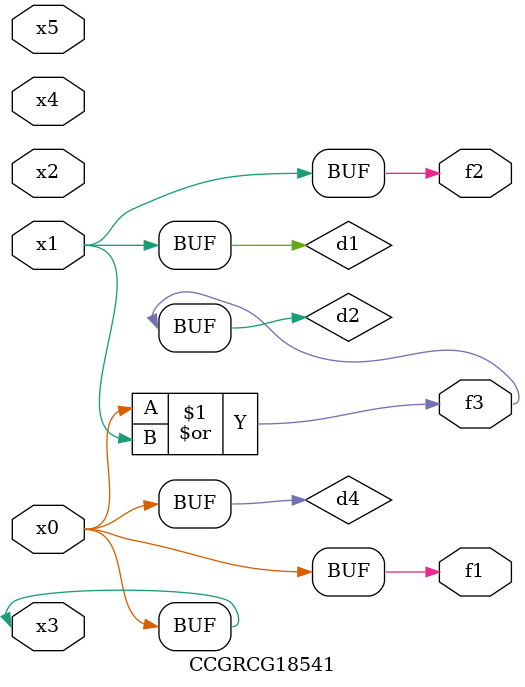
<source format=v>
module CCGRCG18541(
	input x0, x1, x2, x3, x4, x5,
	output f1, f2, f3
);

	wire d1, d2, d3, d4;

	and (d1, x1);
	or (d2, x0, x1);
	nand (d3, x0, x5);
	buf (d4, x0, x3);
	assign f1 = d4;
	assign f2 = d1;
	assign f3 = d2;
endmodule

</source>
